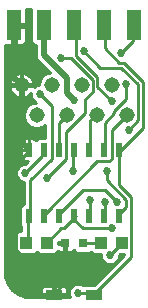
<source format=gtl>
G75*
%MOIN*%
%OFA0B0*%
%FSLAX24Y24*%
%IPPOS*%
%LPD*%
%AMOC8*
5,1,8,0,0,1.08239X$1,22.5*
%
%ADD10C,0.0515*%
%ADD11R,0.0394X0.0433*%
%ADD12R,0.0315X0.0315*%
%ADD13R,0.0551X0.0354*%
%ADD14R,0.0500X0.1000*%
%ADD15R,0.0236X0.0472*%
%ADD16C,0.0200*%
%ADD17C,0.0100*%
%ADD18C,0.0270*%
D10*
X002517Y006500D03*
X003017Y007500D03*
X003517Y006500D03*
X004017Y007500D03*
X004517Y006500D03*
X005017Y007500D03*
X005517Y006500D03*
X002017Y007500D03*
D11*
X002182Y002250D03*
X002851Y002250D03*
X004682Y002250D03*
X005351Y002250D03*
D12*
X004062Y002250D03*
X003471Y002250D03*
D13*
X003097Y000500D03*
X004436Y000500D03*
D14*
X004767Y009500D03*
X005767Y009500D03*
X003767Y009500D03*
X002767Y009500D03*
X001767Y009500D03*
D15*
X002267Y005352D03*
X002767Y005352D03*
X003267Y005352D03*
X003767Y005352D03*
X004267Y005352D03*
X004767Y005352D03*
X005267Y005352D03*
X005267Y003148D03*
X004767Y003148D03*
X004267Y003148D03*
X003767Y003148D03*
X003267Y003148D03*
X002767Y003148D03*
X002267Y003148D03*
D16*
X002267Y005352D02*
X002017Y005602D01*
X002017Y007500D01*
X001767Y007750D01*
X001767Y009500D01*
X002767Y009500D02*
X002767Y008500D01*
X003517Y007750D01*
X003517Y007250D01*
X003767Y007000D01*
D17*
X001477Y001125D02*
X001554Y000887D01*
X001701Y000684D01*
X001903Y000537D01*
X002142Y000460D01*
X002267Y000450D01*
X002672Y000450D01*
X002672Y000461D01*
X003059Y000461D01*
X003059Y000539D01*
X003059Y000827D01*
X002802Y000827D01*
X002764Y000817D01*
X002730Y000797D01*
X002702Y000769D01*
X002682Y000735D01*
X002672Y000697D01*
X002672Y000539D01*
X003059Y000539D01*
X003136Y000539D01*
X003136Y000827D01*
X003393Y000827D01*
X003431Y000817D01*
X003465Y000797D01*
X003493Y000769D01*
X003513Y000735D01*
X003523Y000697D01*
X003523Y000539D01*
X003136Y000539D01*
X003136Y000461D01*
X003523Y000461D01*
X003523Y000450D01*
X003626Y000450D01*
X003602Y000509D01*
X003602Y000631D01*
X003648Y000743D01*
X003734Y000829D01*
X003846Y000875D01*
X003967Y000875D01*
X004074Y000831D01*
X004090Y000847D01*
X004433Y000847D01*
X005447Y001861D01*
X005447Y001863D01*
X005291Y001863D01*
X005272Y001844D01*
X005272Y001789D01*
X005225Y001677D01*
X005139Y001591D01*
X005027Y001545D01*
X004906Y001545D01*
X004794Y001591D01*
X004708Y001677D01*
X004662Y001789D01*
X004662Y001863D01*
X004415Y001863D01*
X004323Y001955D01*
X004290Y001923D01*
X003834Y001923D01*
X003752Y002005D01*
X003749Y002000D01*
X003721Y001972D01*
X003687Y001953D01*
X003649Y001943D01*
X003500Y001943D01*
X003500Y002221D01*
X003443Y002221D01*
X003443Y001943D01*
X003294Y001943D01*
X003256Y001953D01*
X003222Y001972D01*
X003218Y001976D01*
X003218Y001963D01*
X003119Y001863D01*
X002584Y001863D01*
X002517Y001931D01*
X002449Y001863D01*
X001915Y001863D01*
X001815Y001963D01*
X001815Y002537D01*
X001915Y002637D01*
X002007Y002637D01*
X002007Y002813D01*
X001979Y002841D01*
X001979Y003454D01*
X002078Y003554D01*
X002087Y003554D01*
X002087Y004265D01*
X002086Y004265D01*
X001974Y004311D01*
X001888Y004397D01*
X001842Y004509D01*
X001842Y004631D01*
X001888Y004743D01*
X001974Y004829D01*
X002086Y004875D01*
X002141Y004875D01*
X002232Y004966D01*
X002129Y004966D01*
X002091Y004976D01*
X002056Y004996D01*
X002029Y005024D01*
X002009Y005058D01*
X001999Y005096D01*
X001999Y005343D01*
X002258Y005343D01*
X002258Y005361D01*
X001999Y005361D01*
X001999Y005608D01*
X002009Y005646D01*
X002029Y005681D01*
X002056Y005709D01*
X002091Y005728D01*
X002129Y005739D01*
X002258Y005739D01*
X002258Y005361D01*
X002276Y005361D01*
X002276Y005739D01*
X002405Y005739D01*
X002443Y005728D01*
X002477Y005709D01*
X002503Y005683D01*
X002578Y005759D01*
X002807Y005759D01*
X002807Y006185D01*
X002759Y006138D01*
X002602Y006073D01*
X002432Y006073D01*
X002275Y006138D01*
X002154Y006258D01*
X002089Y006415D01*
X002089Y006585D01*
X002154Y006742D01*
X002275Y006862D01*
X002432Y006927D01*
X002512Y006927D01*
X002454Y006951D01*
X002368Y007037D01*
X002322Y007149D01*
X002322Y007229D01*
X002282Y007189D01*
X002230Y007151D01*
X002173Y007122D01*
X002112Y007103D01*
X002049Y007093D01*
X002045Y007093D01*
X002045Y007471D01*
X001988Y007471D01*
X001988Y007093D01*
X001985Y007093D01*
X001921Y007103D01*
X001860Y007122D01*
X001803Y007151D01*
X001751Y007189D01*
X001706Y007235D01*
X001668Y007286D01*
X001639Y007344D01*
X001619Y007405D01*
X001609Y007468D01*
X001609Y007471D01*
X001988Y007471D01*
X001988Y007529D01*
X001988Y007907D01*
X001985Y007907D01*
X001921Y007897D01*
X001860Y007878D01*
X001803Y007849D01*
X001751Y007811D01*
X001706Y007765D01*
X001668Y007714D01*
X001639Y007656D01*
X001619Y007595D01*
X001609Y007532D01*
X001609Y007529D01*
X001988Y007529D01*
X002045Y007529D01*
X002045Y007907D01*
X002049Y007907D01*
X002112Y007897D01*
X002173Y007878D01*
X002230Y007849D01*
X002282Y007811D01*
X002327Y007765D01*
X002365Y007714D01*
X002394Y007656D01*
X002414Y007595D01*
X002424Y007532D01*
X002424Y007529D01*
X002045Y007529D01*
X002045Y007471D01*
X002424Y007471D01*
X002424Y007468D01*
X002419Y007433D01*
X002454Y007469D01*
X002566Y007515D01*
X002589Y007515D01*
X002589Y007585D01*
X002654Y007742D01*
X002775Y007862D01*
X002932Y007927D01*
X002957Y007927D01*
X002614Y008271D01*
X002538Y008347D01*
X002497Y008446D01*
X002497Y008830D01*
X002446Y008830D01*
X002347Y008930D01*
X002347Y010050D01*
X002159Y010050D01*
X002167Y010020D01*
X002167Y009550D01*
X001817Y009550D01*
X001817Y009450D01*
X002167Y009450D01*
X002167Y008980D01*
X002156Y008942D01*
X002137Y008908D01*
X002109Y008880D01*
X002075Y008860D01*
X002036Y008850D01*
X001817Y008850D01*
X001817Y009450D01*
X001717Y009450D01*
X001717Y008850D01*
X001497Y008850D01*
X001467Y008858D01*
X001467Y001250D01*
X001477Y001125D01*
X001476Y001137D02*
X004722Y001137D01*
X004821Y001235D02*
X001468Y001235D01*
X001467Y001334D02*
X004919Y001334D01*
X005018Y001432D02*
X001467Y001432D01*
X001467Y001531D02*
X005116Y001531D01*
X005177Y001629D02*
X005215Y001629D01*
X005246Y001728D02*
X005313Y001728D01*
X005272Y001826D02*
X005412Y001826D01*
X005667Y001770D02*
X004467Y000570D01*
X004436Y000500D01*
X004387Y000570D01*
X003907Y000570D01*
X004049Y000841D02*
X004084Y000841D01*
X003764Y000841D02*
X001587Y000841D01*
X001537Y000940D02*
X004525Y000940D01*
X004624Y001038D02*
X001505Y001038D01*
X001659Y000743D02*
X002686Y000743D01*
X002672Y000644D02*
X001756Y000644D01*
X001892Y000546D02*
X002672Y000546D01*
X003059Y000546D02*
X003136Y000546D01*
X003107Y000570D02*
X003097Y000500D01*
X003107Y000570D02*
X003427Y000890D01*
X003427Y001850D01*
X001987Y001850D01*
X001827Y002010D01*
X001827Y004890D01*
X002227Y005290D01*
X002267Y005352D01*
X002258Y005372D02*
X002276Y005372D01*
X002276Y005471D02*
X002258Y005471D01*
X002258Y005569D02*
X002276Y005569D01*
X002276Y005668D02*
X002258Y005668D01*
X002021Y005668D02*
X001467Y005668D01*
X001467Y005766D02*
X002807Y005766D01*
X002807Y005865D02*
X001467Y005865D01*
X001467Y005963D02*
X002807Y005963D01*
X002807Y006062D02*
X001467Y006062D01*
X001467Y006160D02*
X002252Y006160D01*
X002154Y006259D02*
X001467Y006259D01*
X001467Y006357D02*
X002113Y006357D01*
X002089Y006456D02*
X001467Y006456D01*
X001467Y006554D02*
X002089Y006554D01*
X002117Y006653D02*
X001467Y006653D01*
X001467Y006751D02*
X002163Y006751D01*
X002262Y006850D02*
X001467Y006850D01*
X001467Y006948D02*
X002462Y006948D01*
X002364Y007047D02*
X001467Y007047D01*
X001467Y007145D02*
X001816Y007145D01*
X001699Y007244D02*
X001467Y007244D01*
X001467Y007342D02*
X001640Y007342D01*
X001614Y007441D02*
X001467Y007441D01*
X001467Y007539D02*
X001610Y007539D01*
X001633Y007638D02*
X001467Y007638D01*
X001467Y007736D02*
X001684Y007736D01*
X001784Y007835D02*
X001467Y007835D01*
X001467Y007933D02*
X002952Y007933D01*
X002853Y008032D02*
X001467Y008032D01*
X001467Y008130D02*
X002755Y008130D01*
X002656Y008229D02*
X001467Y008229D01*
X001467Y008327D02*
X002558Y008327D01*
X002505Y008426D02*
X001467Y008426D01*
X001467Y008524D02*
X002497Y008524D01*
X002497Y008623D02*
X001467Y008623D01*
X001467Y008721D02*
X002497Y008721D01*
X002497Y008820D02*
X001467Y008820D01*
X001717Y008918D02*
X001817Y008918D01*
X001817Y009017D02*
X001717Y009017D01*
X001717Y009115D02*
X001817Y009115D01*
X001817Y009214D02*
X001717Y009214D01*
X001717Y009312D02*
X001817Y009312D01*
X001817Y009411D02*
X001717Y009411D01*
X001817Y009509D02*
X002347Y009509D01*
X002347Y009411D02*
X002167Y009411D01*
X002167Y009312D02*
X002347Y009312D01*
X002347Y009214D02*
X002167Y009214D01*
X002167Y009115D02*
X002347Y009115D01*
X002347Y009017D02*
X002167Y009017D01*
X002143Y008918D02*
X002358Y008918D01*
X002347Y009608D02*
X002167Y009608D01*
X002167Y009706D02*
X002347Y009706D01*
X002347Y009805D02*
X002167Y009805D01*
X002167Y009903D02*
X002347Y009903D01*
X002347Y010002D02*
X002167Y010002D01*
X003347Y008410D02*
X003667Y008410D01*
X004387Y007690D01*
X004387Y007290D01*
X004147Y007050D01*
X004147Y006570D01*
X003507Y005930D01*
X003507Y005050D01*
X002867Y004410D01*
X002307Y004330D02*
X003027Y005050D01*
X003027Y006810D01*
X002627Y007210D01*
X002426Y007441D02*
X002420Y007441D01*
X002423Y007539D02*
X002589Y007539D01*
X002611Y007638D02*
X002400Y007638D01*
X002349Y007736D02*
X002652Y007736D01*
X002747Y007835D02*
X002249Y007835D01*
X002045Y007835D02*
X001988Y007835D01*
X001988Y007736D02*
X002045Y007736D01*
X002045Y007638D02*
X001988Y007638D01*
X001988Y007539D02*
X002045Y007539D01*
X002045Y007441D02*
X001988Y007441D01*
X001988Y007342D02*
X002045Y007342D01*
X002045Y007244D02*
X001988Y007244D01*
X001988Y007145D02*
X002045Y007145D01*
X002218Y007145D02*
X002323Y007145D01*
X002781Y006160D02*
X002807Y006160D01*
X003267Y006250D02*
X003517Y006500D01*
X003267Y006250D02*
X003267Y005352D01*
X003747Y005290D02*
X003747Y004650D01*
X003747Y005290D02*
X003767Y005352D01*
X004267Y005352D02*
X004307Y005370D01*
X004307Y006330D01*
X004467Y006490D01*
X004517Y006500D01*
X004787Y006250D02*
X005107Y006570D01*
X005107Y006650D01*
X005507Y007050D01*
X005507Y007530D01*
X005907Y007530D02*
X005347Y008090D01*
X004647Y008090D01*
X004087Y008650D01*
X003827Y008490D02*
X003827Y009450D01*
X003767Y009500D01*
X003827Y008490D02*
X004547Y007770D01*
X004547Y007450D01*
X005027Y006970D01*
X005517Y006500D02*
X005027Y006010D01*
X005027Y005050D01*
X004947Y004970D01*
X004547Y004970D01*
X002787Y003210D01*
X002767Y003148D01*
X002307Y003210D02*
X002267Y003148D01*
X002227Y003130D01*
X002227Y002250D01*
X002182Y002250D01*
X001815Y002220D02*
X001467Y002220D01*
X001467Y002122D02*
X001815Y002122D01*
X001815Y002023D02*
X001467Y002023D01*
X001467Y001925D02*
X001854Y001925D01*
X001815Y002319D02*
X001467Y002319D01*
X001467Y002417D02*
X001815Y002417D01*
X001815Y002516D02*
X001467Y002516D01*
X001467Y002614D02*
X001892Y002614D01*
X002007Y002713D02*
X001467Y002713D01*
X001467Y002811D02*
X002007Y002811D01*
X001979Y002910D02*
X001467Y002910D01*
X001467Y003008D02*
X001979Y003008D01*
X001979Y003107D02*
X001467Y003107D01*
X001467Y003205D02*
X001979Y003205D01*
X001979Y003304D02*
X001467Y003304D01*
X001467Y003402D02*
X001979Y003402D01*
X002025Y003501D02*
X001467Y003501D01*
X001467Y003599D02*
X002087Y003599D01*
X002087Y003698D02*
X001467Y003698D01*
X001467Y003796D02*
X002087Y003796D01*
X002087Y003895D02*
X001467Y003895D01*
X001467Y003993D02*
X002087Y003993D01*
X002087Y004092D02*
X001467Y004092D01*
X001467Y004190D02*
X002087Y004190D01*
X002029Y004289D02*
X001467Y004289D01*
X001467Y004387D02*
X001898Y004387D01*
X001852Y004486D02*
X001467Y004486D01*
X001467Y004584D02*
X001842Y004584D01*
X001863Y004683D02*
X001467Y004683D01*
X001467Y004781D02*
X001926Y004781D01*
X002088Y004978D02*
X001467Y004978D01*
X001467Y004880D02*
X002145Y004880D01*
X002004Y005077D02*
X001467Y005077D01*
X001467Y005175D02*
X001999Y005175D01*
X001999Y005274D02*
X001467Y005274D01*
X001467Y005372D02*
X001999Y005372D01*
X001999Y005471D02*
X001467Y005471D01*
X001467Y005569D02*
X001999Y005569D01*
X002707Y005290D02*
X002707Y005130D01*
X002147Y004570D01*
X002307Y004330D02*
X002307Y003210D01*
X002851Y002250D02*
X002867Y002250D01*
X003347Y002730D01*
X003427Y002730D01*
X003747Y003050D01*
X003767Y003148D01*
X003827Y003130D01*
X003747Y003050D01*
X004067Y002730D01*
X005027Y002730D01*
X005267Y003148D02*
X005267Y003210D01*
X005507Y003450D01*
X005507Y003690D01*
X004867Y004330D01*
X004867Y004650D01*
X005267Y004170D02*
X005267Y005290D01*
X005267Y005352D01*
X005267Y005290D02*
X006067Y006090D01*
X006067Y007610D01*
X005427Y008250D01*
X005267Y008250D01*
X004787Y008730D01*
X004787Y009450D01*
X004767Y009500D01*
X005347Y008570D02*
X005747Y008970D01*
X005747Y009450D01*
X005767Y009500D01*
X005907Y007530D02*
X005907Y006330D01*
X005587Y006010D01*
X004787Y006250D02*
X004787Y005370D01*
X004767Y005352D01*
X005267Y004170D02*
X005667Y003770D01*
X005667Y001770D01*
X005367Y002250D02*
X005351Y002250D01*
X005367Y002250D02*
X004967Y001850D01*
X004756Y001629D02*
X001467Y001629D01*
X001467Y001728D02*
X004687Y001728D01*
X004662Y001826D02*
X001467Y001826D01*
X002510Y001925D02*
X002523Y001925D01*
X003180Y001925D02*
X003832Y001925D01*
X004062Y002250D02*
X004682Y002250D01*
X004354Y001925D02*
X004292Y001925D01*
X003500Y002023D02*
X003443Y002023D01*
X003443Y002122D02*
X003500Y002122D01*
X003500Y002220D02*
X003443Y002220D01*
X003443Y002221D02*
X003218Y002221D01*
X003218Y002279D01*
X003443Y002279D01*
X003443Y002221D01*
X003427Y002250D02*
X003471Y002250D01*
X003427Y002250D02*
X003427Y001850D01*
X003508Y000743D02*
X003648Y000743D01*
X003607Y000644D02*
X003523Y000644D01*
X003523Y000546D02*
X003602Y000546D01*
X003136Y000644D02*
X003059Y000644D01*
X003059Y000743D02*
X003136Y000743D01*
X003267Y003148D02*
X003267Y003210D01*
X004067Y004010D01*
X004787Y004010D01*
X005187Y003610D01*
X004787Y003610D02*
X004787Y003210D01*
X004767Y003148D01*
X004307Y003210D02*
X004267Y003148D01*
X004307Y003210D02*
X004307Y003690D01*
X002707Y005290D02*
X002767Y005352D01*
D18*
X002147Y004570D03*
X002867Y004410D03*
X003747Y004650D03*
X004307Y003690D03*
X004787Y003610D03*
X005187Y003610D03*
X005027Y002730D03*
X004967Y001850D03*
X003907Y000570D03*
X004867Y004650D03*
X005587Y006010D03*
X005027Y006970D03*
X005507Y007530D03*
X005347Y008570D03*
X004087Y008650D03*
X003347Y008410D03*
X002627Y007210D03*
X003767Y007000D03*
M02*

</source>
